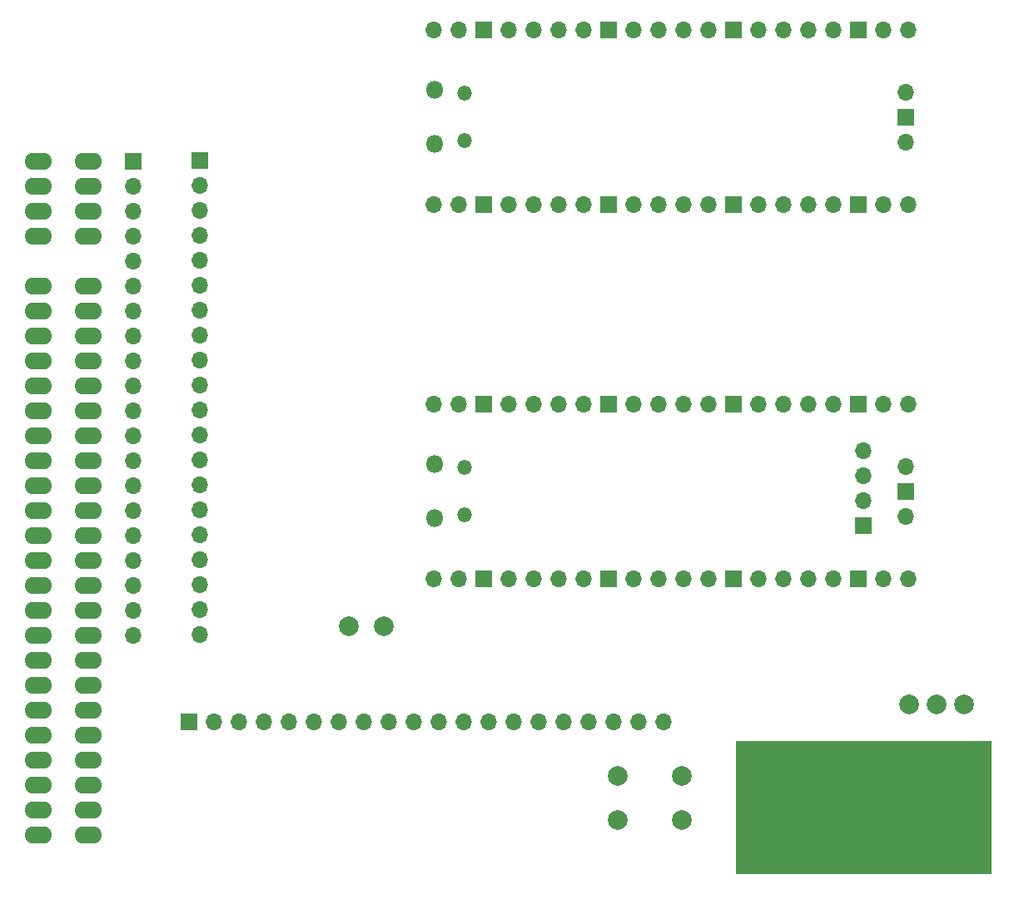
<source format=gts>
%TF.GenerationSoftware,KiCad,Pcbnew,6.0.11-2627ca5db0~126~ubuntu22.04.1*%
%TF.CreationDate,2024-03-13T14:52:50+00:00*%
%TF.ProjectId,zx-spectrum-diagnostics,7a782d73-7065-4637-9472-756d2d646961,1.2*%
%TF.SameCoordinates,Original*%
%TF.FileFunction,Soldermask,Top*%
%TF.FilePolarity,Negative*%
%FSLAX46Y46*%
G04 Gerber Fmt 4.6, Leading zero omitted, Abs format (unit mm)*
G04 Created by KiCad (PCBNEW 6.0.11-2627ca5db0~126~ubuntu22.04.1) date 2024-03-13 14:52:50*
%MOMM*%
%LPD*%
G01*
G04 APERTURE LIST*
%ADD10C,2.000000*%
%ADD11R,1.700000X1.700000*%
%ADD12O,1.700000X1.700000*%
%ADD13O,2.800000X1.727200*%
%ADD14O,1.800000X1.800000*%
%ADD15O,1.500000X1.500000*%
G04 APERTURE END LIST*
D10*
%TO.C,*%
X109220000Y-128778000D03*
%TD*%
%TO.C,*%
X166270000Y-136750000D03*
%TD*%
%TO.C,*%
X171850000Y-136810000D03*
%TD*%
D11*
%TO.C,J101*%
X161544000Y-118608000D03*
D12*
X161544000Y-116068000D03*
X161544000Y-113528000D03*
X161544000Y-110988000D03*
%TD*%
D10*
%TO.C,SW101*%
X143138000Y-148524000D03*
X136638000Y-148524000D03*
X136638000Y-144024000D03*
X143138000Y-144024000D03*
%TD*%
D13*
%TO.C,Z101*%
X82738000Y-81504000D03*
X82738000Y-84044000D03*
X82738000Y-86584000D03*
X82738000Y-89124000D03*
X82738000Y-94204000D03*
X82738000Y-96744000D03*
X82738000Y-99284000D03*
X82738000Y-101824000D03*
X82738000Y-104364000D03*
X82738000Y-106904000D03*
X82738000Y-109444000D03*
X82738000Y-111984000D03*
X82738000Y-114524000D03*
X82738000Y-117064000D03*
X82738000Y-119604000D03*
X82738000Y-122144000D03*
X82738000Y-124684000D03*
X82738000Y-127224000D03*
X82738000Y-129764000D03*
X82738000Y-132304000D03*
X82738000Y-134844000D03*
X82738000Y-137384000D03*
X82738000Y-139924000D03*
X82738000Y-142464000D03*
X82738000Y-145004000D03*
X82738000Y-147544000D03*
X82738000Y-150084000D03*
X77658000Y-81504000D03*
X77658000Y-84044000D03*
X77658000Y-86584000D03*
X77658000Y-89124000D03*
X77658000Y-94204000D03*
X77658000Y-96744000D03*
X77658000Y-99284000D03*
X77658000Y-101824000D03*
X77658000Y-104364000D03*
X77658000Y-106904000D03*
X77658000Y-109444000D03*
X77658000Y-111984000D03*
X77658000Y-114524000D03*
X77658000Y-117064000D03*
X77658000Y-119604000D03*
X77658000Y-122144000D03*
X77658000Y-124684000D03*
X77658000Y-127224000D03*
X77658000Y-129764000D03*
X77658000Y-132304000D03*
X77658000Y-134844000D03*
X77658000Y-137384000D03*
X77658000Y-139924000D03*
X77658000Y-142464000D03*
X77658000Y-145004000D03*
X77658000Y-147544000D03*
X77658000Y-150084000D03*
%TD*%
D10*
%TO.C,*%
X169050000Y-136800000D03*
%TD*%
%TO.C,*%
X112776000Y-128778000D03*
%TD*%
D11*
%TO.C,J203*%
X87285000Y-81470000D03*
D12*
X87285000Y-84010000D03*
X87285000Y-86550000D03*
X87285000Y-89090000D03*
X87285000Y-91630000D03*
X87285000Y-94170000D03*
X87285000Y-96710000D03*
X87285000Y-99250000D03*
X87285000Y-101790000D03*
X87285000Y-104330000D03*
X87285000Y-106870000D03*
X87285000Y-109410000D03*
X87285000Y-111950000D03*
X87285000Y-114490000D03*
X87285000Y-117030000D03*
X87285000Y-119570000D03*
X87285000Y-122110000D03*
X87285000Y-124650000D03*
X87285000Y-127190000D03*
X87285000Y-129730000D03*
%TD*%
D11*
%TO.C,J202*%
X92990000Y-138565000D03*
D12*
X95530000Y-138565000D03*
X98070000Y-138565000D03*
X100610000Y-138565000D03*
X103150000Y-138565000D03*
X105690000Y-138565000D03*
X108230000Y-138565000D03*
X110770000Y-138565000D03*
X113310000Y-138565000D03*
X115850000Y-138565000D03*
X118390000Y-138565000D03*
X120930000Y-138565000D03*
X123470000Y-138565000D03*
X126010000Y-138565000D03*
X128550000Y-138565000D03*
X131090000Y-138565000D03*
X133630000Y-138565000D03*
X136170000Y-138565000D03*
X138710000Y-138565000D03*
X141250000Y-138565000D03*
%TD*%
D14*
%TO.C,U102*%
X117986000Y-74237000D03*
D15*
X121016000Y-79387000D03*
X121016000Y-74537000D03*
D14*
X117986000Y-79687000D03*
D12*
X117856000Y-68072000D03*
X120396000Y-68072000D03*
D11*
X122936000Y-68072000D03*
D12*
X125476000Y-68072000D03*
X128016000Y-68072000D03*
X130556000Y-68072000D03*
X133096000Y-68072000D03*
D11*
X135636000Y-68072000D03*
D12*
X138176000Y-68072000D03*
X140716000Y-68072000D03*
X143256000Y-68072000D03*
X145796000Y-68072000D03*
D11*
X148336000Y-68072000D03*
D12*
X150876000Y-68072000D03*
X153416000Y-68072000D03*
X155956000Y-68072000D03*
X158496000Y-68072000D03*
D11*
X161036000Y-68072000D03*
D12*
X163576000Y-68072000D03*
X166116000Y-68072000D03*
X166116000Y-85852000D03*
X163576000Y-85852000D03*
D11*
X161036000Y-85852000D03*
D12*
X158496000Y-85852000D03*
X155956000Y-85852000D03*
X153416000Y-85852000D03*
X150876000Y-85852000D03*
D11*
X148336000Y-85852000D03*
D12*
X145796000Y-85852000D03*
X143256000Y-85852000D03*
X140716000Y-85852000D03*
X138176000Y-85852000D03*
D11*
X135636000Y-85852000D03*
D12*
X133096000Y-85852000D03*
X130556000Y-85852000D03*
X128016000Y-85852000D03*
X125476000Y-85852000D03*
D11*
X122936000Y-85852000D03*
D12*
X120396000Y-85852000D03*
X117856000Y-85852000D03*
X165886000Y-74422000D03*
D11*
X165886000Y-76962000D03*
D12*
X165886000Y-79502000D03*
%TD*%
D14*
%TO.C,U101*%
X117986000Y-112337000D03*
D15*
X121016000Y-117487000D03*
X121016000Y-112637000D03*
D14*
X117986000Y-117787000D03*
D12*
X117856000Y-106172000D03*
X120396000Y-106172000D03*
D11*
X122936000Y-106172000D03*
D12*
X125476000Y-106172000D03*
X128016000Y-106172000D03*
X130556000Y-106172000D03*
X133096000Y-106172000D03*
D11*
X135636000Y-106172000D03*
D12*
X138176000Y-106172000D03*
X140716000Y-106172000D03*
X143256000Y-106172000D03*
X145796000Y-106172000D03*
D11*
X148336000Y-106172000D03*
D12*
X150876000Y-106172000D03*
X153416000Y-106172000D03*
X155956000Y-106172000D03*
X158496000Y-106172000D03*
D11*
X161036000Y-106172000D03*
D12*
X163576000Y-106172000D03*
X166116000Y-106172000D03*
X166116000Y-123952000D03*
X163576000Y-123952000D03*
D11*
X161036000Y-123952000D03*
D12*
X158496000Y-123952000D03*
X155956000Y-123952000D03*
X153416000Y-123952000D03*
X150876000Y-123952000D03*
D11*
X148336000Y-123952000D03*
D12*
X145796000Y-123952000D03*
X143256000Y-123952000D03*
X140716000Y-123952000D03*
X138176000Y-123952000D03*
D11*
X135636000Y-123952000D03*
D12*
X133096000Y-123952000D03*
X130556000Y-123952000D03*
X128016000Y-123952000D03*
X125476000Y-123952000D03*
D11*
X122936000Y-123952000D03*
D12*
X120396000Y-123952000D03*
X117856000Y-123952000D03*
X165886000Y-112522000D03*
D11*
X165886000Y-115062000D03*
D12*
X165886000Y-117602000D03*
%TD*%
D11*
%TO.C,J201*%
X94090000Y-81430000D03*
D12*
X94090000Y-83970000D03*
X94090000Y-86510000D03*
X94090000Y-89050000D03*
X94090000Y-91590000D03*
X94090000Y-94130000D03*
X94090000Y-96670000D03*
X94090000Y-99210000D03*
X94090000Y-101750000D03*
X94090000Y-104290000D03*
X94090000Y-106830000D03*
X94090000Y-109370000D03*
X94090000Y-111910000D03*
X94090000Y-114450000D03*
X94090000Y-116990000D03*
X94090000Y-119530000D03*
X94090000Y-122070000D03*
X94090000Y-124610000D03*
X94090000Y-127150000D03*
X94090000Y-129690000D03*
%TD*%
G36*
X174552121Y-140482002D02*
G01*
X174598614Y-140535658D01*
X174610000Y-140588000D01*
X174610000Y-153924000D01*
X174589998Y-153992121D01*
X174536342Y-154038614D01*
X174484000Y-154050000D01*
X148716000Y-154050000D01*
X148647879Y-154029998D01*
X148601386Y-153976342D01*
X148590000Y-153924000D01*
X148590000Y-140588000D01*
X148610002Y-140519879D01*
X148663658Y-140473386D01*
X148716000Y-140462000D01*
X174484000Y-140462000D01*
X174552121Y-140482002D01*
G37*
M02*

</source>
